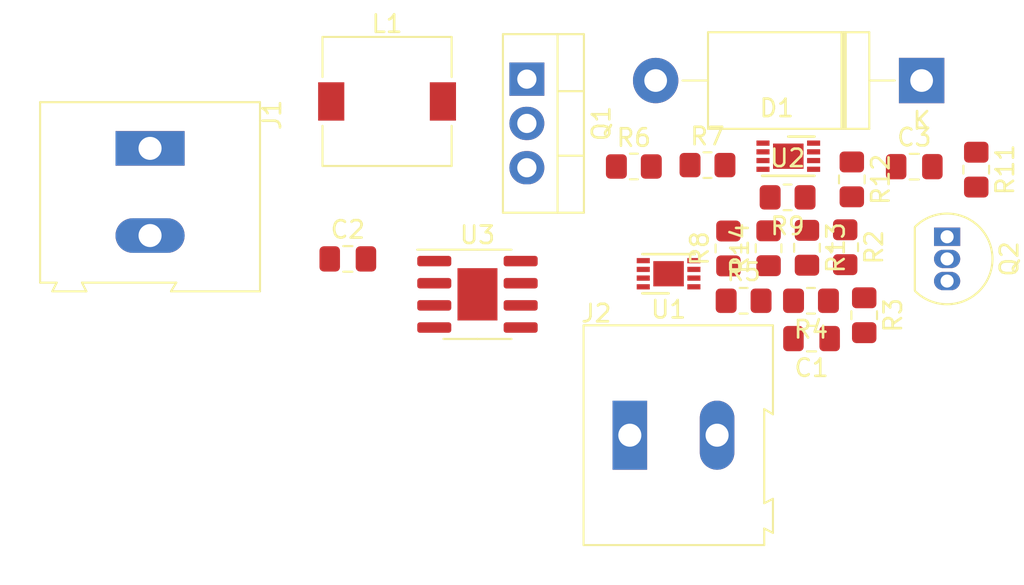
<source format=kicad_pcb>
(kicad_pcb (version 20221018) (generator pcbnew)
  (layers (0 "F.Cu" signal) (31 "B.Cu" signal) (34 "B.Paste" user) (35 "F.Paste" user) (36 "B.SilkS" user "B.Silkscreen") (37 "F.SilkS" user "F.Silkscreen") (38 "B.Mask" user) (39 "F.Mask" user) (44 "Edge.Cuts" user))
  (net 0 "")
  (net 1 "Net-(U1A--)")
  (net 2 "Net-(C1-Pad2)")
  (net 3 "GND")
  (net 4 "Net-(J1-Pin_1)")
  (net 5 "Net-(D1-A1)")
  (net 6 "Net-(D1-A2)")
  (net 7 "Vin")
  (net 8 "Zaagtand")
  (net 9 "PWM")
  (net 10 "Net-(Q2-B)")
  (net 11 "Net-(R2-Pad2)")
  (net 12 "Net-(R6-Pad1)")
  (net 13 "Net-(U2A--)")
  (net 14 "Net-(U2B-+)")
  (net 15 "Net-(R12-Pad1)")
  (net 16 "Net-(U1B--)")
  (net 17 "+5V")
  (net 18 "Net-(U2B--)")
  (footprint "Resistor_SMD:R_0805_2012Metric_Pad1.20x1.40mm_HandSolder" (layer "F.Cu") (at 111.55 99.65 180)
    (fp_text reference "R4" (at 0 -1.65) (layer "F.SilkS"))
    (fp_text value "10k")
    (fp_line (start -0.227064 -0.735) (end 0.227064 -0.735) (stroke (width 0.12)) (layer "F.SilkS"))
    (fp_line (start -0.227064 0.735) (end 0.227064 0.735) (stroke (width 0.12)) (layer "F.SilkS"))
    (pad "1" smd roundrect (at -1 0 180) (size 1.2 1.4) (layers "F.Cu" "F.Paste" "F.Mask") (roundrect_rratio 0.208333) (net 11 "Net-(R2-Pad2)"))
    (pad "2" smd roundrect (at 1 0 180) (size 1.2 1.4) (layers "F.Cu" "F.Paste" "F.Mask") (roundrect_rratio 0.208333) (net 1 "Net-(U1A--)"))
  )
  (footprint "Resistor_SMD:R_0805_2012Metric_Pad1.20x1.40mm_HandSolder" (layer "F.Cu") (at 101.4 91.95)
    (fp_text reference "R6" (at 0 -1.65) (layer "F.SilkS"))
    (fp_text value "1k")
    (fp_line (start -0.227064 -0.735) (end 0.227064 -0.735) (stroke (width 0.12)) (layer "F.SilkS"))
    (fp_line (start -0.227064 0.735) (end 0.227064 0.735) (stroke (width 0.12)) (layer "F.SilkS"))
    (pad "1" smd roundrect (at -1 0) (size 1.2 1.4) (layers "F.Cu" "F.Paste" "F.Mask") (roundrect_rratio 0.208333) (net 12 "Net-(R6-Pad1)"))
    (pad "2" smd roundrect (at 1 0) (size 1.2 1.4) (layers "F.Cu" "F.Paste" "F.Mask") (roundrect_rratio 0.208333) (net 13 "Net-(U2A--)"))
  )
  (footprint "Resistor_SMD:R_0805_2012Metric_Pad1.20x1.40mm_HandSolder" (layer "F.Cu") (at 113.89 92.69 -90)
    (fp_text reference "R12" (at 0 -1.65 90) (layer "F.SilkS"))
    (fp_text value "33")
    (fp_line (start -0.227064 -0.735) (end 0.227064 -0.735) (stroke (width 0.12)) (layer "F.SilkS"))
    (fp_line (start -0.227064 0.735) (end 0.227064 0.735) (stroke (width 0.12)) (layer "F.SilkS"))
    (pad "1" smd roundrect (at -1 0 270) (size 1.2 1.4) (layers "F.Cu" "F.Paste" "F.Mask") (roundrect_rratio 0.208333) (net 15 "Net-(R12-Pad1)"))
    (pad "2" smd roundrect (at 1 0 270) (size 1.2 1.4) (layers "F.Cu" "F.Paste" "F.Mask") (roundrect_rratio 0.208333) (net 10 "Net-(Q2-B)"))
  )
  (footprint "Resistor_SMD:R_0805_2012Metric_Pad1.20x1.40mm_HandSolder" (layer "F.Cu") (at 111.32 96.61 -90)
    (fp_text reference "R13" (at 0 -1.65 90) (layer "F.SilkS"))
    (fp_text value "820")
    (fp_line (start -0.227064 -0.735) (end 0.227064 -0.735) (stroke (width 0.12)) (layer "F.SilkS"))
    (fp_line (start -0.227064 0.735) (end 0.227064 0.735) (stroke (width 0.12)) (layer "F.SilkS"))
    (pad "1" smd roundrect (at -1 0 270) (size 1.2 1.4) (layers "F.Cu" "F.Paste" "F.Mask") (roundrect_rratio 0.208333) (net 16 "Net-(U1B--)"))
    (pad "2" smd roundrect (at 1 0 270) (size 1.2 1.4) (layers "F.Cu" "F.Paste" "F.Mask") (roundrect_rratio 0.208333) (net 3 "GND"))
  )
  (footprint "Resistor_SMD:R_0805_2012Metric_Pad1.20x1.40mm_HandSolder" (layer "F.Cu") (at 109.12 96.64 90)
    (fp_text reference "R14" (at 0 -1.65 90) (layer "F.SilkS"))
    (fp_text value "1k")
    (fp_line (start -0.227064 -0.735) (end 0.227064 -0.735) (stroke (width 0.12)) (layer "F.SilkS"))
    (fp_line (start -0.227064 0.735) (end 0.227064 0.735) (stroke (width 0.12)) (layer "F.SilkS"))
    (pad "1" smd roundrect (at -1 0 90) (size 1.2 1.4) (layers "F.Cu" "F.Paste" "F.Mask") (roundrect_rratio 0.208333) (net 2 "Net-(C1-Pad2)"))
    (pad "2" smd roundrect (at 1 0 90) (size 1.2 1.4) (layers "F.Cu" "F.Paste" "F.Mask") (roundrect_rratio 0.208333) (net 16 "Net-(U1B--)"))
  )
  (footprint "Package_TO_SOT_THT:TO-92_Inline" (layer "F.Cu") (at 119.35 95.98 -90)
    (fp_text reference "Q2" (at 1.27 -3.56 90) (layer "F.SilkS"))
    (fp_text value "BC547")
    (fp_line (start -0.53 1.85) (end 3.07 1.85) (stroke (width 0.12)) (layer "F.SilkS"))
    (fp_arc (start -0.568478 1.838478) (mid -1.132087 -0.994977) (end 1.27 -2.6) (stroke (width 0.12)) (layer "F.SilkS"))
    (fp_arc (start 1.27 -2.6) (mid 3.672087 -0.994977) (end 3.108478 1.838478) (stroke (width 0.12)) (layer "F.SilkS"))
    (pad "1" thru_hole rect (at 0 0 270) (size 1.05 1.5) (drill 0.75) (layers "*.Cu" "*.Mask") (net 9 "PWM"))
    (pad "2" thru_hole oval (at 1.27 0 270) (size 1.05 1.5) (drill 0.75) (layers "*.Cu" "*.Mask") (net 10 "Net-(Q2-B)"))
    (pad "3" thru_hole oval (at 2.54 0 270) (size 1.05 1.5) (drill 0.75) (layers "*.Cu" "*.Mask") (net 3 "GND"))
  )
  (footprint "TerminalBlock:TerminalBlock_Altech_AK300-2_P5.00mm" (layer "F.Cu") (at 73.68 90.91 -90)
    (fp_text reference "J1" (at -1.92 -6.99 90) (layer "F.SilkS"))
    (fp_text value "Screw_Terminal_01x02")
    (fp_line (start -2.65 -6.3) (end -2.65 6.3) (stroke (width 0.12)) (layer "F.SilkS"))
    (fp_line (start -2.65 6.3) (end 7.7 6.3) (stroke (width 0.12)) (layer "F.SilkS"))
    (fp_line (start 7.7 -1.5) (end 8.2 -1.2) (stroke (width 0.12)) (layer "F.SilkS"))
    (fp_line (start 7.7 3.9) (end 7.7 -1.5) (stroke (width 0.12)) (layer "F.SilkS"))
    (fp_line (start 7.7 5.35) (end 8.2 5.6) (stroke (width 0.12)) (layer "F.SilkS"))
    (fp_line (start 7.7 6.3) (end 7.7 5.35) (stroke (width 0.12)) (layer "F.SilkS"))
    (fp_line (start 8.2 -6.3) (end -2.65 -6.3) (stroke (width 0.12)) (layer "F.SilkS"))
    (fp_line (start 8.2 -1.2) (end 8.2 -6.3) (stroke (width 0.12)) (layer "F.SilkS"))
    (fp_line (start 8.2 3.65) (end 7.7 3.9) (stroke (width 0.12)) (layer "F.SilkS"))
    (fp_line (start 8.2 3.7) (end 8.2 3.65) (stroke (width 0.12)) (layer "F.SilkS"))
    (fp_line (start 8.2 5.6) (end 8.2 3.7) (stroke (width 0.12)) (layer "F.SilkS"))
    (pad "1" thru_hole rect (at 0 0 270) (size 1.98 3.96) (drill 1.32) (layers "*.Cu" "*.Mask") (net 4 "Net-(J1-Pin_1)"))
    (pad "2" thru_hole oval (at 5 0 270) (size 1.98 3.96) (drill 1.32) (layers "*.Cu" "*.Mask") (net 7 "Vin"))
  )
  (footprint "Package_TO_SOT_THT:TO-220-3_Vertical" (layer "F.Cu") (at 95.27 86.94 -90)
    (fp_text reference "Q1" (at 2.54 -4.27 90) (layer "F.SilkS"))
    (fp_text value "IRLZ44N")
    (fp_line (start -2.58 -3.27) (end -2.58 1.371) (stroke (width 0.12)) (layer "F.SilkS"))
    (fp_line (start -2.58 -3.27) (end 7.66 -3.27) (stroke (width 0.12)) (layer "F.SilkS"))
    (fp_line (start -2.58 -1.76) (end 7.66 -1.76) (stroke (width 0.12)) (layer "F.SilkS"))
    (fp_line (start -2.58 1.371) (end 7.66 1.371) (stroke (width 0.12)) (layer "F.SilkS"))
    (fp_line (start 0.69 -3.27) (end 0.69 -1.76) (stroke (width 0.12)) (layer "F.SilkS"))
    (fp_line (start 4.391 -3.27) (end 4.391 -1.76) (stroke (width 0.12)) (layer "F.SilkS"))
    (fp_line (start 7.66 -3.27) (end 7.66 1.371) (stroke (width 0.12)) (layer "F.SilkS"))
    (pad "1" thru_hole rect (at 0 0 270) (size 1.905 2) (drill 1.1) (layers "*.Cu" "*.Mask") (net 9 "PWM"))
    (pad "2" thru_hole oval (at 2.54 0 270) (size 1.905 2) (drill 1.1) (layers "*.Cu" "*.Mask") (net 6 "Net-(D1-A2)"))
    (pad "3" thru_hole oval (at 5.08 0 270) (size 1.905 2) (drill 1.1) (layers "*.Cu" "*.Mask") (net 3 "GND"))
  )
  (footprint "Resistor_SMD:R_0805_2012Metric_Pad1.20x1.40mm_HandSolder" (layer "F.Cu") (at 121.02 92.13 -90)
    (fp_text reference "R11" (at 0 -1.65 90) (layer "F.SilkS"))
    (fp_text value "1.2k")
    (fp_line (start -0.227064 -0.735) (end 0.227064 -0.735) (stroke (width 0.12)) (layer "F.SilkS"))
    (fp_line (start -0.227064 0.735) (end 0.227064 0.735) (stroke (width 0.12)) (layer "F.SilkS"))
    (pad "1" smd roundrect (at -1 0 270) (size 1.2 1.4) (layers "F.Cu" "F.Paste" "F.Mask") (roundrect_rratio 0.208333) (net 7 "Vin"))
    (pad "2" smd roundrect (at 1 0 270) (size 1.2 1.4) (layers "F.Cu" "F.Paste" "F.Mask") (roundrect_rratio 0.208333) (net 9 "PWM"))
  )
  (footprint "Resistor_SMD:R_0805_2012Metric_Pad1.20x1.40mm_HandSolder" (layer "F.Cu") (at 105.62 91.87)
    (fp_text reference "R7" (at 0 -1.65) (layer "F.SilkS"))
    (fp_text value "19k")
    (fp_line (start -0.227064 -0.735) (end 0.227064 -0.735) (stroke (width 0.12)) (layer "F.SilkS"))
    (fp_line (start -0.227064 0.735) (end 0.227064 0.735) (stroke (width 0.12)) (layer "F.SilkS"))
    (pad "1" smd roundrect (at -1 0) (size 1.2 1.4) (layers "F.Cu" "F.Paste" "F.Mask") (roundrect_rratio 0.208333) (net 13 "Net-(U2A--)"))
    (pad "2" smd roundrect (at 1 0) (size 1.2 1.4) (layers "F.Cu" "F.Paste" "F.Mask") (roundrect_rratio 0.208333) (net 3 "GND"))
  )
  (footprint "Resistor_SMD:R_0805_2012Metric_Pad1.20x1.40mm_HandSolder" (layer "F.Cu") (at 113.51 96.58 -90)
    (fp_text reference "R2" (at 0 -1.65 90) (layer "F.SilkS"))
    (fp_text value "1k")
    (fp_line (start -0.227064 -0.735) (end 0.227064 -0.735) (stroke (width 0.12)) (layer "F.SilkS"))
    (fp_line (start -0.227064 0.735) (end 0.227064 0.735) (stroke (width 0.12)) (layer "F.SilkS"))
    (pad "1" smd roundrect (at -1 0 270) (size 1.2 1.4) (layers "F.Cu" "F.Paste" "F.Mask") (roundrect_rratio 0.208333) (net 5 "Net-(D1-A1)"))
    (pad "2" smd roundrect (at 1 0 270) (size 1.2 1.4) (layers "F.Cu" "F.Paste" "F.Mask") (roundrect_rratio 0.208333) (net 11 "Net-(R2-Pad2)"))
  )
  (footprint "Resistor_SMD:R_0805_2012Metric_Pad1.20x1.40mm_HandSolder" (layer "F.Cu") (at 114.6 100.48 -90)
    (fp_text reference "R3" (at 0 -1.65 90) (layer "F.SilkS"))
    (fp_text value "1k")
    (fp_line (start -0.227064 -0.735) (end 0.227064 -0.735) (stroke (width 0.12)) (layer "F.SilkS"))
    (fp_line (start -0.227064 0.735) (end 0.227064 0.735) (stroke (width 0.12)) (layer "F.SilkS"))
    (pad "1" smd roundrect (at -1 0 270) (size 1.2 1.4) (layers "F.Cu" "F.Paste" "F.Mask") (roundrect_rratio 0.208333) (net 11 "Net-(R2-Pad2)"))
    (pad "2" smd roundrect (at 1 0 270) (size 1.2 1.4) (layers "F.Cu" "F.Paste" "F.Mask") (roundrect_rratio 0.208333) (net 3 "GND"))
  )
  (footprint "Capacitor_SMD:C_0805_2012Metric_Pad1.18x1.45mm_HandSolder" (layer "F.Cu") (at 111.5825 101.82 180)
    (fp_text reference "C1" (at 0 -1.68) (layer "F.SilkS"))
    (fp_text value "47uF")
    (fp_line (start -0.261252 -0.735) (end 0.261252 -0.735) (stroke (width 0.12)) (layer "F.SilkS"))
    (fp_line (start -0.261252 0.735) (end 0.261252 0.735) (stroke (width 0.12)) (layer "F.SilkS"))
    (pad "1" smd roundrect (at -1.0375 0 180) (size 1.175 1.45) (layers "F.Cu" "F.Paste" "F.Mask") (roundrect_rratio 0.212766) (net 1 "Net-(U1A--)"))
    (pad "2" smd roundrect (at 1.0375 0 180) (size 1.175 1.45) (layers "F.Cu" "F.Paste" "F.Mask") (roundrect_rratio 0.212766) (net 2 "Net-(C1-Pad2)"))
  )
  (footprint "Package_SO:SOIC-8-1EP_3.9x4.9mm_P1.27mm_EP2.29x3mm" (layer "F.Cu") (at 92.44 99.28)
    (fp_text reference "U3" (at 0 -3.4) (layer "F.SilkS"))
    (fp_text value "L7805")
    (fp_line (start 0 -2.56) (end -3.45 -2.56) (stroke (width 0.12)) (layer "F.SilkS"))
    (fp_line (start 0 -2.56) (end 1.95 -2.56) (stroke (width 0.12)) (layer "F.SilkS"))
    (fp_line (start 0 2.56) (end -1.95 2.56) (stroke (width 0.12)) (layer "F.SilkS"))
    (fp_line (start 0 2.56) (end 1.95 2.56) (stroke (width 0.12)) (layer "F.SilkS"))
    (pad "1" smd roundrect (at -2.475 -1.905) (size 1.95 0.6) (layers "F.Cu" "F.Paste" "F.Mask") (net 7 "Vin"))
    (pad "2" smd roundrect (at -2.475 -0.635) (size 1.95 0.6) (layers "F.Cu" "F.Paste" "F.Mask") (net 3 "GND"))
    (pad "3" smd roundrect (at -2.475 0.635) (size 1.95 0.6) (layers "F.Cu" "F.Paste" "F.Mask") (net 17 "+5V"))
    (pad "4" smd roundrect (at -2.475 1.905) (size 1.95 0.6) (layers "F.Cu" "F.Paste" "F.Mask"))
    (pad "5" smd roundrect (at 2.475 1.905) (size 1.95 0.6) (layers "F.Cu" "F.Paste" "F.Mask"))
    (pad "6" smd roundrect (at 2.475 0.635) (size 1.95 0.6) (layers "F.Cu" "F.Paste" "F.Mask"))
    (pad "7" smd roundrect (at 2.475 -0.635) (size 1.95 0.6) (layers "F.Cu" "F.Paste" "F.Mask"))
    (pad "8" smd roundrect (at 2.475 -1.905) (size 1.95 0.6) (layers "F.Cu" "F.Paste" "F.Mask"))
    (pad "9" smd rect (at 0 0) (size 2.29 3) (layers "F.Cu" "F.Mask"))
  )
  (footprint "Resistor_SMD:R_0805_2012Metric_Pad1.20x1.40mm_HandSolder" (layer "F.Cu") (at 110.21 93.72 180)
    (fp_text reference "R9" (at 0 -1.65) (layer "F.SilkS"))
    (fp_text value "1k")
    (fp_line (start -0.227064 -0.735) (end 0.227064 -0.735) (stroke (width 0.12)) (layer "F.SilkS"))
    (fp_line (start -0.227064 0.735) (end 0.227064 0.735) (stroke (width 0.12)) (layer "F.SilkS"))
    (pad "1" smd roundrect (at -1 0 180) (size 1.2 1.4) (layers "F.Cu" "F.Paste" "F.Mask") (roundrect_rratio 0.208333) (net 14 "Net-(U2B-+)"))
    (pad "2" smd roundrect (at 1 0 180) (size 1.2 1.4) (layers "F.Cu" "F.Paste" "F.Mask") (roundrect_rratio 0.208333) (net 3 "GND"))
  )
  (footprint "Resistor_SMD:R_0805_2012Metric_Pad1.20x1.40mm_HandSolder" (layer "F.Cu") (at 106.82 96.65 90)
    (fp_text reference "R8" (at 0 -1.65 90) (layer "F.SilkS"))
    (fp_text value "1k")
    (fp_line (start -0.227064 -0.735) (end 0.227064 -0.735) (stroke (width 0.12)) (layer "F.SilkS"))
    (fp_line (start -0.227064 0.735) (end 0.227064 0.735) (stroke (width 0.12)) (layer "F.SilkS"))
    (pad "1" smd roundrect (at -1 0 90) (size 1.2 1.4) (layers "F.Cu" "F.Paste" "F.Mask") (roundrect_rratio 0.208333) (net 12 "Net-(R6-Pad1)"))
    (pad "2" smd roundrect (at 1 0 90) (size 1.2 1.4) (layers "F.Cu" "F.Paste" "F.Mask") (roundrect_rratio 0.208333) (net 14 "Net-(U2B-+)"))
  )
  (footprint "Package_DFN_QFN:DFN-8-1EP_3x2mm_P0.5mm_EP1.75x1.45mm" (layer "F.Cu") (at 103.39 98.1 180)
    (fp_text reference "U1" (at 0 -2.05) (layer "F.SilkS"))
    (fp_text value "MCP6002-xMC")
    (fp_line (start -1.5 1.125) (end 1.5 1.125) (stroke (width 0.15)) (layer "F.SilkS"))
    (fp_line (start 0 -1.125) (end 1.5 -1.125) (stroke (width 0.15)) (layer "F.SilkS"))
    (pad "1" smd rect (at -1.45 -0.75 180) (size 0.75 0.3) (layers "F.Cu" "F.Paste" "F.Mask") (net 2 "Net-(C1-Pad2)"))
    (pad "2" smd rect (at -1.45 -0.25 180) (size 0.75 0.3) (layers "F.Cu" "F.Paste" "F.Mask") (net 1 "Net-(U1A--)"))
    (pad "3" smd rect (at -1.45 0.25 180) (size 0.75 0.3) (layers "F.Cu" "F.Paste" "F.Mask") (net 17 "+5V"))
    (pad "4" smd rect (at -1.45 0.75 180) (size 0.75 0.3) (layers "F.Cu" "F.Paste" "F.Mask") (net 3 "GND"))
    (pad "5" smd rect (at 1.45 0.75 180) (size 0.75 0.3) (layers "F.Cu" "F.Paste" "F.Mask") (net 8 "Zaagtand"))
    (pad "6" smd rect (at 1.45 0.25 180) (size 0.75 0.3) (layers "F.Cu" "F.Paste" "F.Mask") (net 16 "Net-(U1B--)"))
    (pad "7" smd rect (at 1.45 -0.25 180) (size 0.75 0.3) (layers "F.Cu" "F.Paste" "F.Mask") (net 12 "Net-(R6-Pad1)"))
    (pad "8" smd rect (at 1.45 -0.75 180) (size 0.75 0.3) (layers "F.Cu" "F.Paste" "F.Mask") (net 7 "Vin"))
    (pad "9" smd rect (at 0 0 180) (size 1.75 1.45) (layers "F.Cu" "F.Mask") (net 3 "GND"))
  )
  (footprint "TerminalBlock:TerminalBlock_Altech_AK300-2_P5.00mm" (layer "F.Cu") (at 101.17 107.36)
    (fp_text reference "J2" (at -1.92 -6.99) (layer "F.SilkS"))
    (fp_text value "Screw_Terminal_01x02")
    (fp_line (start -2.65 -6.3) (end -2.65 6.3) (stroke (width 0.12)) (layer "F.SilkS"))
    (fp_line (start -2.65 6.3) (end 7.7 6.3) (stroke (width 0.12)) (layer "F.SilkS"))
    (fp_line (start 7.7 -1.5) (end 8.2 -1.2) (stroke (width 0.12)) (layer "F.SilkS"))
    (fp_line (start 7.7 3.9) (end 7.7 -1.5) (stroke (width 0.12)) (layer "F.SilkS"))
    (fp_line (start 7.7 5.35) (end 8.2 5.6) (stroke (width 0.12)) (layer "F.SilkS"))
    (fp_line (start 7.7 6.3) (end 7.7 5.35) (stroke (width 0.12)) (layer "F.SilkS"))
    (fp_line (start 8.2 -6.3) (end -2.65 -6.3) (stroke (width 0.12)) (layer "F.SilkS"))
    (fp_line (start 8.2 -1.2) (end 8.2 -6.3) (stroke (width 0.12)) (layer "F.SilkS"))
    (fp_line (start 8.2 3.65) (end 7.7 3.9) (stroke (width 0.12)) (layer "F.SilkS"))
    (fp_line (start 8.2 3.7) (end 8.2 3.65) (stroke (width 0.12)) (layer "F.SilkS"))
    (fp_line (start 8.2 5.6) (end 8.2 3.7) (stroke (width 0.12)) (layer "F.SilkS"))
    (pad "1" thru_hole rect (at 0 0) (size 1.98 3.96) (drill 1.32) (layers "*.Cu" "*.Mask") (net 3 "GND"))
    (pad "2" thru_hole oval (at 5 0) (size 1.98 3.96) (drill 1.32) (layers "*.Cu" "*.Mask") (net 8 "Zaagtand"))
  )
  (footprint "Resistor_SMD:R_0805_2012Metric_Pad1.20x1.40mm_HandSolder" (layer "F.Cu") (at 107.69 99.65)
    (fp_text reference "R5" (at 0 -1.65) (layer "F.SilkS"))
    (fp_text value "100K")
    (fp_line (start -0.227064 -0.735) (end 0.227064 -0.735) (stroke (width 0.12)) (layer "F.SilkS"))
    (fp_line (start -0.227064 0.735) (end 0.227064 0.735) (stroke (width 0.12)) (layer "F.SilkS"))
    (pad "1" smd roundrect (at -1 0) (size 1.2 1.4) (layers "F.Cu" "F.Paste" "F.Mask") (roundrect_rratio 0.208333) (net 2 "Net-(C1-Pad2)"))
    (pad "2" smd roundrect (at 1 0) (size 1.2 1.4) (layers "F.Cu" "F.Paste" "F.Mask") (roundrect_rratio 0.208333) (net 1 "Net-(U1A--)"))
  )
  (footprint "Diode_THT:D_DO-201AE_P15.24mm_Horizontal" (layer "F.Cu") (at 117.89 87.02 180)
    (fp_text reference "D1" (at 8.3 -1.58) (layer "F.SilkS"))
    (fp_text value "1.5KExxA")
    (fp_text user "K" (at 0 -2.3) (layer "F.SilkS"))
    (fp_line (start 1.54 0) (end 3 0) (stroke (width 0.12)) (layer "F.SilkS"))
    (fp_line (start 3 -2.77) (end 3 2.77) (stroke (width 0.12)) (layer "F.SilkS"))
    (fp_line (start 3 2.77) (end 12.24 2.77) (stroke (width 0.12)) (layer "F.SilkS"))
    (fp_line (start 4.35 -2.77) (end 4.35 2.77) (stroke (width 0.12)) (layer "F.SilkS"))
    (fp_line (start 4.47 -2.77) (end 4.47 2.77) (stroke (width 0.12)) (layer "F.SilkS"))
    (fp_line (start 4.59 -2.77) (end 4.59 2.77) (stroke (width 0.12)) (layer "F.SilkS"))
    (fp_line (start 12.24 -2.77) (end 3 -2.77) (stroke (width 0.12)) (layer "F.SilkS"))
    (fp_line (start 12.24 2.77) (end 12.24 -2.77) (stroke (width 0.12)) (layer "F.SilkS"))
    (fp_line (start 13.7 0) (end 12.24 0) (stroke (width 0.12)) (layer "F.SilkS"))
    (pad "1" thru_hole rect (at 0 0 180) (size 2.6 2.6) (drill 1.3) (layers "*.Cu" "*.Mask") (net 5 "Net-(D1-A1)"))
    (pad "2" thru_hole oval (at 15.24 0 180) (size 2.6 2.6) (drill 1.3) (layers "*.Cu" "*.Mask") (net 6 "Net-(D1-A2)"))
  )
  (footprint "Capacitor_SMD:C_0805_2012Metric_Pad1.18x1.45mm_HandSolder" (layer "F.Cu") (at 117.4675 91.96)
    (fp_text reference "C3" (at 0 -1.68) (layer "F.SilkS"))
    (fp_text value "100uF")
    (fp_line (start -0.261252 -0.735) (end 0.261252 -0.735) (stroke (width 0.12)) (layer "F.SilkS"))
    (fp_line (start -0.261252 0.735) (end 0.261252 0.735) (stroke (width 0.12)) (layer "F.SilkS"))
    (pad "1" smd roundrect (at -1.0375 0) (size 1.175 1.45) (layers "F.Cu" "F.Paste" "F.Mask") (roundrect_rratio 0.212766) (net 3 "GND"))
    (pad "2" smd roundrect (at 1.0375 0) (size 1.175 1.45) (layers "F.Cu" "F.Paste" "F.Mask") (roundrect_rratio 0.212766) (net 5 "Net-(D1-A1)"))
  )
  (footprint "Capacitor_SMD:C_0805_2012Metric_Pad1.18x1.45mm_HandSolder" (layer "F.Cu") (at 85.0125 97.25)
    (fp_text reference "C2" (at 0 -1.68) (layer "F.SilkS"))
    (fp_text value "10uF")
    (fp_line (start -0.261252 -0.735) (end 0.261252 -0.735) (stroke (width 0.12)) (layer "F.SilkS"))
    (fp_line (start -0.261252 0.735) (end 0.261252 0.735) (stroke (width 0.12)) (layer "F.SilkS"))
    (pad "1" smd roundrect (at -1.0375 0) (size 1.175 1.45) (layers "F.Cu" "F.Paste" "F.Mask") (roundrect_rratio 0.212766) (net 3 "GND"))
    (pad "2" smd roundrect (at 1.0375 0) (size 1.175 1.45) (layers "F.Cu" "F.Paste" "F.Mask") (roundrect_rratio 0.212766) (net 4 "Net-(J1-Pin_1)"))
  )
  (footprint "Package_DFN_QFN:DFN-8-1EP_3x2mm_P0.5mm_EP1.75x1.45mm" (layer "F.Cu") (at 110.25 91.36)
    (fp_text reference "U2" (at -0.04 0.11) (layer "F.SilkS"))
    (fp_text value "MCP6002-xMC")
    (fp_line (start -1.5 1.125) (end 1.5 1.125) (stroke (width 0.15)) (layer "F.SilkS"))
    (fp_line (start 0 -1.125) (end 1.5 -1.125) (stroke (width 0.15)) (layer "F.SilkS"))
    (pad "1" smd rect (at -1.45 -0.75) (size 0.75 0.3) (layers "F.Cu" "F.Paste" "F.Mask") (net 18 "Net-(U2B--)"))
    (pad "2" smd rect (at -1.45 -0.25) (size 0.75 0.3) (layers "F.Cu" "F.Paste" "F.Mask") (net 13 "Net-(U2A--)"))
    (pad "3" smd rect (at -1.45 0.25) (size 0.75 0.3) (layers "F.Cu" "F.Paste" "F.Mask") (net 8 "Zaagtand"))
    (pad "4" smd rect (at -1.45 0.75) (size 0.75 0.3) (layers "F.Cu" "F.Paste" "F.Mask") (net 3 "GND"))
    (pad "5" smd rect (at 1.45 0.75) (size 0.75 0.3) (layers "F.Cu" "F.Paste" "F.Mask") (net 14 "Net-(U2B-+)"))
    (pad "6" smd rect (at 1.45 0.25) (size 0.75 0.3) (layers "F.Cu" "F.Paste" "F.Mask") (net 18 "Net-(U2B--)"))
    (pad "7" smd rect (at 1.45 -0.25) (size 0.75 0.3) (layers "F.Cu" "F.Paste" "F.Mask") (net 15 "Net-(R12-Pad1)"))
    (pad "8" smd rect (at 1.45 -0.75) (size 0.75 0.3) (layers "F.Cu" "F.Paste" "F.Mask") (net 17 "+5V"))
    (pad "9" smd rect (at 0 0) (size 1.75 1.45) (layers "F.Cu" "F.Mask") (net 3 "GND"))
  )
  (footprint "Inductor_SMD:L_7.3x7.3_H4.5" (layer "F.Cu") (at 87.26 88.22)
    (fp_text reference "L1" (at 0 -4.45) (layer "F.SilkS"))
    (fp_text value "10uH")
    (fp_line (start -3.7 -3.7) (end 3.7 -3.7) (stroke (width 0.12)) (layer "F.SilkS"))
    (fp_line (start -3.7 -1.4) (end -3.7 -3.7) (stroke (width 0.12)) (layer "F.SilkS"))
    (fp_line (start -3.7 3.7) (end -3.7 1.4) (stroke (width 0.12)) (layer "F.SilkS"))
    (fp_line (start 3.7 -3.7) (end 3.7 -1.4) (stroke (width 0.12)) (layer "F.SilkS"))
    (fp_line (start 3.7 1.4) (end 3.7 3.7) (stroke (width 0.12)) (layer "F.SilkS"))
    (fp_line (start 3.7 3.7) (end -3.7 3.7) (stroke (width 0.12)) (layer "F.SilkS"))
    (pad "1" smd rect (at -3.2 0) (size 1.5 2.2) (layers "F.Cu" "F.Paste" "F.Mask") (net 7 "Vin"))
    (pad "2" smd rect (at 3.2 0) (size 1.5 2.2) (layers "F.Cu" "F.Paste" "F.Mask") (net 6 "Net-(D1-A2)"))
  )
)
</source>
